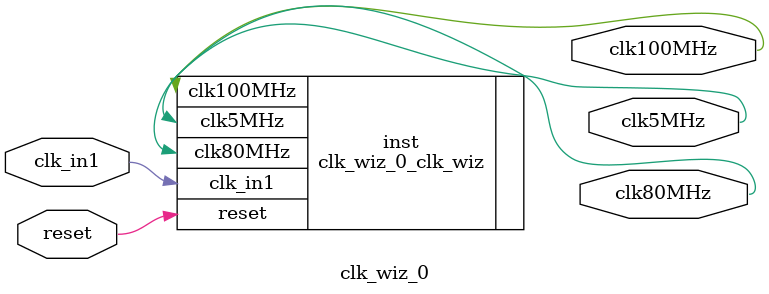
<source format=v>


`timescale 1ps/1ps

(* CORE_GENERATION_INFO = "clk_wiz_0,clk_wiz_v6_0_15_0_0,{component_name=clk_wiz_0,use_phase_alignment=true,use_min_o_jitter=false,use_max_i_jitter=false,use_dyn_phase_shift=false,use_inclk_switchover=false,use_dyn_reconfig=false,enable_axi=0,feedback_source=FDBK_AUTO,PRIMITIVE=MMCM,num_out_clk=3,clkin1_period=10.000,clkin2_period=10.000,use_power_down=false,use_reset=true,use_locked=false,use_inclk_stopped=false,feedback_type=SINGLE,CLOCK_MGR_TYPE=NA,manual_override=false}" *)

module clk_wiz_0 
 (
  // Clock out ports
  output        clk100MHz,
  output        clk80MHz,
  output        clk5MHz,
  // Status and control signals
  input         reset,
 // Clock in ports
  input         clk_in1
 );

  clk_wiz_0_clk_wiz inst
  (
  // Clock out ports  
  .clk100MHz(clk100MHz),
  .clk80MHz(clk80MHz),
  .clk5MHz(clk5MHz),
  // Status and control signals               
  .reset(reset), 
 // Clock in ports
  .clk_in1(clk_in1)
  );

endmodule

</source>
